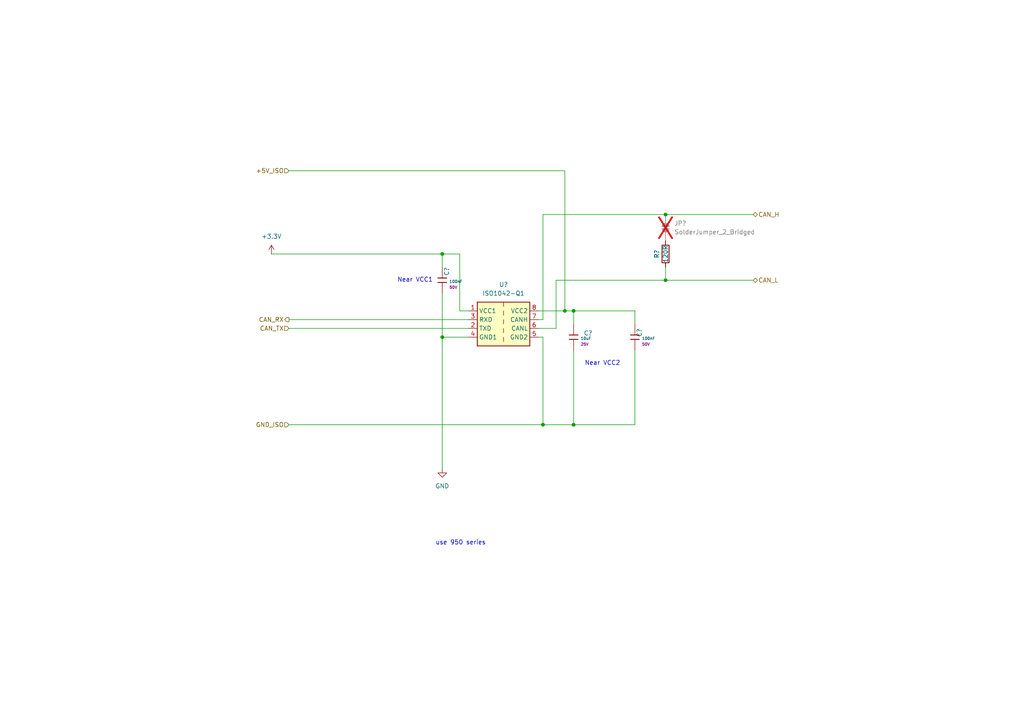
<source format=kicad_sch>
(kicad_sch (version 20250114) (generator "eeschema") (generator_version "9.0")
  (paper "A4")
  (lib_symbols
    (symbol "PCM_JLCPCB-Capacitors:0603,100nF" (pin_numbers (hide yes)) (pin_names (offset 0))
      (property "Reference" "C" (at 2.032 1.668 0))
      (property "Value" "100nF" (at 2.032 -0.3782 0))
      (property "Voltage Rated" "50V" (at 2.032 -2.0462 0))
      (symbol "0603,100nF_0_1"
        (polyline (pts (xy -1.27 0.635) (xy 1.27 0.635)) (stroke (width 0.254)))
        (polyline (pts (xy -1.27 -0.635) (xy 1.27 -0.635)) (stroke (width 0.254)))
      )
      (symbol "0603,100nF_1_1"
        (pin passive line (at 0 3.81 270) (length 3.175) (name "~") (number "1"))
        (pin passive line (at 0 -3.81 90) (length 3.175) (name "~") (number "2"))
      )
    )
    (symbol "PCM_JLCPCB-Capacitors:0603,10uF,(2)" (pin_numbers (hide yes)) (pin_names (offset 0))
      (property "Reference" "C" (at 2.032 1.668 0))
      (property "Value" "10uF" (at 2.032 -0.3782 0))
      (property "Voltage Rated" "25V" (at 2.032 -2.0462 0))
      (symbol "0603,10uF,(2)_0_1"
        (polyline (pts (xy -1.27 0.635) (xy 1.27 0.635)) (stroke (width 0.254)))
        (polyline (pts (xy -1.27 -0.635) (xy 1.27 -0.635)) (stroke (width 0.254)))
      )
      (symbol "0603,10uF,(2)_1_1"
        (pin passive line (at 0 3.81 270) (length 3.175) (name "~") (number "1"))
        (pin passive line (at 0 -3.81 90) (length 3.175) (name "~") (number "2"))
      )
    )
    (symbol "dnt_global:ISO1042-Q1"
      (property "Reference" "U2" (at 0 10.16 0))
      (property "Value" "ISO1042-Q1" (at 0 7.62 0))
      (symbol "ISO1042-Q1_0_1"
        (polyline (pts (xy 0 5.08) (xy 0 3.81)))
        (polyline (pts (xy 0 2.54) (xy 0 1.27)))
        (polyline (pts (xy 0 0) (xy 0 -1.27)))
        (polyline (pts (xy 0 -2.54) (xy 0 -3.81)))
        (polyline (pts (xy 0 -5.08) (xy 0 -6.35)))
      )
      (symbol "ISO1042-Q1_1_1"
        (rectangle (start -7.62 5.08) (end 7.62 -7.62) (stroke (width 0.254)) (fill (type background)))
        (pin power_in line (at -10.16 2.54 0) (length 2.54) (name "VCC1") (number "1"))
        (pin output line (at -10.16 0 0) (length 2.54) (name "RXD") (number "3"))
        (pin input line (at -10.16 -2.54 0) (length 2.54) (name "TXD") (number "2"))
        (pin power_in line (at -10.16 -5.08 0) (length 2.54) (name "GND1") (number "4"))
        (pin power_in line (at 10.16 2.54 180) (length 2.54) (name "VCC2") (number "8"))
        (pin bidirectional line (at 10.16 0 180) (length 2.54) (name "CANH") (number "7"))
        (pin bidirectional line (at 10.16 -2.54 180) (length 2.54) (name "CANL") (number "6"))
        (pin power_in line (at 10.16 -5.08 180) (length 2.54) (name "GND2") (number "5"))
      )
    )
    (symbol "dnt_global:Resisitor_120R_0805" (pin_numbers (hide yes)) (pin_names (offset 0))
      (property "Reference" "R1" (at -2.54 0 90))
      (property "Value" "120R" (at 0 0 90))
      (symbol "Resisitor_120R_0805_0_1"
        (rectangle (start -1.016 -2.54) (end 1.016 2.54) (stroke (width 0.254)))
      )
      (symbol "Resisitor_120R_0805_1_1"
        (pin passive line (at 0 3.81 270) (length 1.27) (name "~") (number "1"))
        (pin passive line (at 0 -3.81 90) (length 1.27) (name "~") (number "2"))
      )
    )
    (symbol "dnt_global:SolderJumper_2_Bridged" (pin_numbers (hide yes)) (pin_names (offset 0) (hide yes)) (in_bom no)
      (property "Reference" "JP" (at 0 2.032 0))
      (property "Value" "SolderJumper_2_Bridged" (at 0 -2.54 0))
      (symbol "SolderJumper_2_Bridged_0_1"
        (rectangle (start -0.508 0.508) (end 0.508 -0.508) (fill (type outline)))
        (polyline (pts (xy -0.254 1.016) (xy -0.254 -1.016)))
        (arc (start -0.254 -1.016) (mid -1.2656 0) (end -0.254 1.016))
        (arc (start -0.254 -1.016) (mid -1.2656 0) (end -0.254 1.016) (fill (type outline)))
        (arc (start 0.254 1.016) (mid 1.2656 0) (end 0.254 -1.016))
        (arc (start 0.254 1.016) (mid 1.2656 0) (end 0.254 -1.016) (fill (type outline)))
        (polyline (pts (xy 0.254 1.016) (xy 0.254 -1.016)))
      )
      (symbol "SolderJumper_2_Bridged_1_1"
        (pin passive line (at -3.81 0 0) (length 2.54) (name "A") (number "1"))
        (pin passive line (at 3.81 0 180) (length 2.54) (name "B") (number "2"))
      )
    )
    (symbol "power:+3.3V" (power) (pin_numbers (hide yes)) (pin_names (offset 0) (hide yes))
      (property "Value" "+3.3V" (at 0 3.556 0))
      (symbol "+3.3V_0_1"
        (polyline (pts (xy -0.762 1.27) (xy 0 2.54)))
        (polyline (pts (xy 0 2.54) (xy 0.762 1.27)))
        (polyline (pts (xy 0 0) (xy 0 2.54)))
      )
      (symbol "+3.3V_1_1"
        (pin power_in line (at 0 0 90) (length 0) (name "~") (number "1"))
      )
    )
    (symbol "power:GND" (power) (pin_numbers (hide yes)) (pin_names (offset 0) (hide yes))
      (property "Value" "GND" (at 0 -3.81 0))
      (symbol "GND_0_1"
        (polyline (pts (xy 0 0) (xy 0 -1.27) (xy 1.27 -1.27) (xy 0 -2.54) (xy -1.27 -1.27) (xy 0 -1.27)))
      )
      (symbol "GND_1_1"
        (pin power_in line (at 0 0 270) (length 0) (name "~") (number "1"))
      )
    )
  )
  (text "Near VCC1" (at 120.396 81.28 0) (effects (font (size 1.27 1.27))))
  (text "use 950 series " (at 134.112 157.48 0) (effects (font (size 1.27 1.27))))
  (text "Near VCC2" (at 174.752 105.41 0) (effects (font (size 1.27 1.27))))
  (junction (at 128.27 73.66))
  (junction (at 163.83 90.17))
  (junction (at 166.37 123.19))
  (junction (at 166.37 90.17))
  (junction (at 193.04 81.28))
  (junction (at 157.48 123.19))
  (junction (at 193.04 62.23))
  (junction (at 128.27 97.79))
  (wire (pts (xy 193.04 77.47) (xy 193.04 81.28)))
  (wire (pts (xy 193.04 81.28) (xy 218.44 81.28)))
  (wire (pts (xy 157.48 97.79) (xy 157.48 123.19)))
  (wire (pts (xy 161.29 81.28) (xy 161.29 95.25)))
  (wire (pts (xy 156.21 90.17) (xy 163.83 90.17)))
  (wire (pts (xy 128.27 73.66) (xy 133.35 73.66)))
  (wire (pts (xy 157.48 62.23) (xy 157.48 92.71)))
  (wire (pts (xy 83.82 123.19) (xy 157.48 123.19)))
  (wire (pts (xy 157.48 62.23) (xy 193.04 62.23)))
  (wire (pts (xy 184.15 101.6) (xy 184.15 123.19)))
  (wire (pts (xy 128.27 97.79) (xy 135.89 97.79)))
  (wire (pts (xy 161.29 81.28) (xy 193.04 81.28)))
  (wire (pts (xy 184.15 90.17) (xy 184.15 93.98)))
  (wire (pts (xy 83.82 92.71) (xy 135.89 92.71)))
  (wire (pts (xy 128.27 85.09) (xy 128.27 97.79)))
  (wire (pts (xy 166.37 90.17) (xy 184.15 90.17)))
  (wire (pts (xy 133.35 90.17) (xy 135.89 90.17)))
  (wire (pts (xy 133.35 73.66) (xy 133.35 90.17)))
  (wire (pts (xy 157.48 97.79) (xy 156.21 97.79)))
  (wire (pts (xy 157.48 92.71) (xy 156.21 92.71)))
  (wire (pts (xy 83.82 95.25) (xy 135.89 95.25)))
  (wire (pts (xy 166.37 123.19) (xy 184.15 123.19)))
  (wire (pts (xy 166.37 90.17) (xy 166.37 93.98)))
  (wire (pts (xy 166.37 123.19) (xy 157.48 123.19)))
  (wire (pts (xy 161.29 95.25) (xy 156.21 95.25)))
  (wire (pts (xy 193.04 62.23) (xy 218.44 62.23)))
  (wire (pts (xy 128.27 97.79) (xy 128.27 135.89)))
  (wire (pts (xy 163.83 90.17) (xy 166.37 90.17)))
  (wire (pts (xy 163.83 49.53) (xy 163.83 90.17)))
  (wire (pts (xy 83.82 49.53) (xy 163.83 49.53)))
  (wire (pts (xy 128.27 73.66) (xy 128.27 77.47)))
  (wire (pts (xy 166.37 101.6) (xy 166.37 123.19)))
  (wire (pts (xy 78.74 73.66) (xy 128.27 73.66)))
  (hierarchical_label "CAN_H" (shape bidirectional) (at 218.44 62.23 0))
  (hierarchical_label "+5V_ISO" (shape input) (at 83.82 49.53 180) (effects (font (thickness 0.1588))))
  (hierarchical_label "GND_ISO" (shape input) (at 83.82 123.19 180) (effects (font (thickness 0.1588))))
  (hierarchical_label "CAN_L" (shape bidirectional) (at 218.44 81.28 0))
  (hierarchical_label "CAN_RX" (shape output) (at 83.82 92.71 180) (effects (font (thickness 0.1588))))
  (hierarchical_label "CAN_TX" (shape input) (at 83.82 95.25 180) (effects (font (thickness 0.1588))))
  (symbol (lib_id "power:GND") (at 128.27 135.89 0) (unit 1)
    (property "Reference" "#PWR0952" (effects (hide yes)))
    (property "Value" "GND" (at 128.27 140.97 0))
    (property "Description" "Power symbol creates a global label with name \"GND\" , ground" (effects (hide yes)))
    (instances (project "z9-shared" (path "" (reference "#PWR?") (unit 1))) (project "z9-shared" (path "" (reference "#PWR0952") (unit 1))))
  )
  (symbol (lib_id "PCM_JLCPCB-Capacitors:0603,100nF") (at 184.15 97.79 0) (unit 1)
    (property "Reference" "C953" (at 185.42 97.79 90) (effects (justify left)))
    (property "Value" "100nF" (at 186.182 98.1682 0) (effects (font (size 0.8 0.8)) (justify left)))
    (property "Footprint" "PCM_JLCPCB:C_0603" (effects (hide yes)))
    (property "Datasheet" "https://www.lcsc.com/datasheet/lcsc_datasheet_2211101700_YAGEO-CC0603KRX7R9BB104_C14663.pdf" (effects (hide yes)))
    (property "Description" "50V 100nF X7R ±10% 0603 Multilayer Ceramic Capacitors MLCC - SMD/SMT ROHS" (effects (hide yes)))
    (property "LCSC" "C14663" (effects (hide yes)))
    (property "Stock" "70324515" (effects (hide yes)))
    (property "Price" "0.006USD" (effects (hide yes)))
    (property "Process" "SMT" (effects (hide yes)))
    (property "Minimum Qty" "20" (effects (hide yes)))
    (property "Attrition Qty" "10" (effects (hide yes)))
    (property "Class" "Basic Component" (effects (hide yes)))
    (property "Category" "Capacitors,Multilayer Ceramic Capacitors MLCC - SMD/SMT" (effects (hide yes)))
    (property "Manufacturer" "YAGEO" (effects (hide yes)))
    (property "Part" "CC0603KRX7R9BB104" (effects (hide yes)))
    (property "Voltage Rated" "50V" (at 186.182 99.8362 0) (effects (font (size 0.8 0.8)) (justify left)))
    (property "Tolerance" "±10%" (effects (hide yes)))
    (property "Capacitance" "100nF" (effects (hide yes)))
    (property "Temperature Coefficient" "X7R" (effects (hide yes)))
    (instances (project "z9-shared" (path "" (reference "C?") (unit 1))) (project "z9-shared" (path "" (reference "C953") (unit 1))))
  )
  (symbol (lib_id "dnt_global:Resisitor_120R_0805") (at 193.04 73.66 0) (mirror x) (unit 1)
    (property "Reference" "R951" (at 190.5 73.66 90))
    (property "Value" "120R" (at 193.04 73.66 90))
    (property "Footprint" "Resistor_SMD:R_0805_2012Metric" (effects (hide yes)))
    (property "Description" "Resistor" (effects (hide yes)))
    (instances (project "z9-shared" (path "" (reference "R?") (unit 1))) (project "z9-shared" (path "" (reference "R951") (unit 1))))
  )
  (symbol (lib_id "PCM_JLCPCB-Capacitors:0603,100nF") (at 128.27 81.28 0) (unit 1)
    (property "Reference" "C951" (at 129.54 80.01 90) (effects (justify left)))
    (property "Value" "100nF" (at 130.302 81.6582 0) (effects (font (size 0.8 0.8)) (justify left)))
    (property "Footprint" "PCM_JLCPCB:C_0603" (effects (hide yes)))
    (property "Datasheet" "https://www.lcsc.com/datasheet/lcsc_datasheet_2211101700_YAGEO-CC0603KRX7R9BB104_C14663.pdf" (effects (hide yes)))
    (property "Description" "50V 100nF X7R ±10% 0603 Multilayer Ceramic Capacitors MLCC - SMD/SMT ROHS" (effects (hide yes)))
    (property "LCSC" "C14663" (effects (hide yes)))
    (property "Stock" "70324515" (effects (hide yes)))
    (property "Price" "0.006USD" (effects (hide yes)))
    (property "Process" "SMT" (effects (hide yes)))
    (property "Minimum Qty" "20" (effects (hide yes)))
    (property "Attrition Qty" "10" (effects (hide yes)))
    (property "Class" "Basic Component" (effects (hide yes)))
    (property "Category" "Capacitors,Multilayer Ceramic Capacitors MLCC - SMD/SMT" (effects (hide yes)))
    (property "Manufacturer" "YAGEO" (effects (hide yes)))
    (property "Part" "CC0603KRX7R9BB104" (effects (hide yes)))
    (property "Voltage Rated" "50V" (at 130.302 83.3262 0) (effects (font (size 0.8 0.8)) (justify left)))
    (property "Tolerance" "±10%" (effects (hide yes)))
    (property "Capacitance" "100nF" (effects (hide yes)))
    (property "Temperature Coefficient" "X7R" (effects (hide yes)))
    (instances (project "z9-shared" (path "" (reference "C?") (unit 1))) (project "z9-shared" (path "" (reference "C951") (unit 1))))
  )
  (symbol (lib_id "PCM_JLCPCB-Capacitors:0603,10uF,(2)") (at 166.37 97.79 0) (unit 1)
    (property "Reference" "C952" (at 169.291 96.6216 0) (effects (justify left)))
    (property "Value" "10uF" (at 168.402 98.1682 0) (effects (font (size 0.8 0.8)) (justify left)))
    (property "Footprint" "PCM_JLCPCB:C_0603" (effects (hide yes)))
    (property "Datasheet" "https://www.lcsc.com/datasheet/lcsc_datasheet_2304140030_Samsung-Electro-Mechanics-CL10A106MA8NRNC_C96446.pdf" (effects (hide yes)))
    (property "Description" "25V 10uF X5R ±20% 0603 Multilayer Ceramic Capacitors MLCC - SMD/SMT ROHS" (effects (hide yes)))
    (property "LCSC" "C96446" (effects (hide yes)))
    (property "Stock" "3388297" (effects (hide yes)))
    (property "Price" "0.021USD" (effects (hide yes)))
    (property "Process" "SMT" (effects (hide yes)))
    (property "Minimum Qty" "20" (effects (hide yes)))
    (property "Attrition Qty" "8" (effects (hide yes)))
    (property "Class" "Basic Component" (effects (hide yes)))
    (property "Category" "Capacitors,Multilayer Ceramic Capacitors MLCC - SMD/SMT" (effects (hide yes)))
    (property "Manufacturer" "Samsung Electro-Mechanics" (effects (hide yes)))
    (property "Part" "CL10A106MA8NRNC" (effects (hide yes)))
    (property "Voltage Rated" "25V" (at 168.402 99.8362 0) (effects (font (size 0.8 0.8)) (justify left)))
    (property "Tolerance" "±20%" (effects (hide yes)))
    (property "Capacitance" "10uF" (effects (hide yes)))
    (property "Temperature Coefficient" "X5R" (effects (hide yes)))
    (instances (project "z9-shared" (path "" (reference "C?") (unit 1))) (project "z9-shared" (path "" (reference "C952") (unit 1))))
  )
  (symbol (lib_id "power:+3.3V") (at 78.74 73.66 0) (unit 1)
    (property "Reference" "#PWR0951" (effects (hide yes)))
    (property "Value" "+3.3V" (at 78.74 68.58 0))
    (property "Description" "Power symbol creates a global label with name \"+3.3V\"" (effects (hide yes)))
    (instances (project "z9-shared" (path "" (reference "#PWR?") (unit 1))) (project "z9-shared" (path "" (reference "#PWR0951") (unit 1))))
  )
  (symbol (lib_id "dnt_global:SolderJumper_2_Bridged") (at 193.04 66.04 90) (unit 1) (in_bom no) (dnp yes)
    (property "Reference" "JP951" (at 195.58 64.7699 90) (effects (justify right)))
    (property "Value" "SolderJumper_2_Bridged" (at 195.58 67.3099 90) (effects (justify right)))
    (property "Footprint" "Jumper:SolderJumper-2_P1.3mm_Bridged2Bar_RoundedPad1.0x1.5mm" (effects (hide yes)))
    (property "Description" "Solder Jumper, 2-pole, closed/bridged" (effects (hide yes)))
    (instances (project "z9-shared" (path "" (reference "JP?") (unit 1))) (project "z9-shared" (path "" (reference "JP951") (unit 1))))
  )
  (symbol (lib_id "dnt_global:ISO1042-Q1") (at 146.05 92.71 0) (unit 1)
    (property "Reference" "U951" (at 146.05 82.55 0))
    (property "Value" "ISO1042-Q1" (at 146.05 85.09 0))
    (property "Footprint" "Package_SO:SOIC-8_7.5x5.85mm_P1.27mm" (effects (hide yes)))
    (property "Datasheet" "https://www.ti.com/lit/ds/symlink/iso1042-q1.pdf" (effects (hide yes)))
    (property "Description" "Isolated CAN FD Transceiver, SOIC-8" (effects (hide yes)))
    (property "LCSC" "C2672259" (effects (hide yes)))
    (property "JLD" "https://jlcpcb.com/partdetail/TexasInstruments-ISO1042BQDWVRQ1/C2672259" (effects (hide yes)))
    (property "JLCPCB Rotation Offset" "90" (effects (hide yes)))
    (instances (project "z9-shared" (path "" (reference "U?") (unit 1))) (project "z9-shared" (path "" (reference "U951") (unit 1))))
  )
)
</source>
